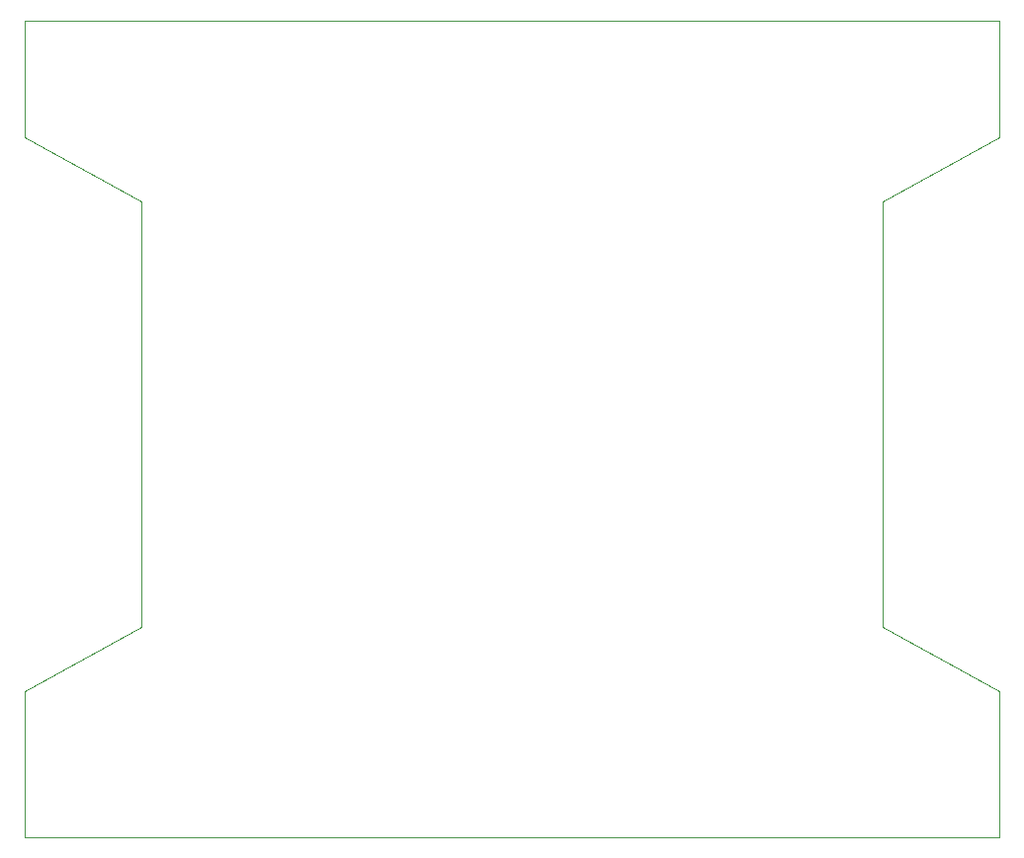
<source format=gbr>
%TF.GenerationSoftware,KiCad,Pcbnew,8.0.1*%
%TF.CreationDate,2024-06-07T20:18:40+02:00*%
%TF.ProjectId,minisumo,6d696e69-7375-46d6-9f2e-6b696361645f,rev?*%
%TF.SameCoordinates,Original*%
%TF.FileFunction,Profile,NP*%
%FSLAX46Y46*%
G04 Gerber Fmt 4.6, Leading zero omitted, Abs format (unit mm)*
G04 Created by KiCad (PCBNEW 8.0.1) date 2024-06-07 20:18:40*
%MOMM*%
%LPD*%
G01*
G04 APERTURE LIST*
%TA.AperFunction,Profile*%
%ADD10C,0.050000*%
%TD*%
G04 APERTURE END LIST*
D10*
X40500000Y-152000000D02*
X124000000Y-152000000D01*
X40500000Y-152000000D02*
X40500000Y-139500000D01*
X40500000Y-82000000D02*
X40500000Y-92000000D01*
X114000000Y-134000000D02*
X114000000Y-97500000D01*
X40500000Y-92000000D02*
X50500000Y-97500000D01*
X124000000Y-82000000D02*
X40500000Y-82000000D01*
X124000000Y-152000000D02*
X124000000Y-139500000D01*
X50500000Y-134000000D02*
X50500000Y-97500000D01*
X124000000Y-92000000D02*
X124000000Y-82000000D01*
X50500000Y-134000000D02*
X40500000Y-139500000D01*
X114000000Y-97500000D02*
X124000000Y-92000000D01*
X124000000Y-139500000D02*
X114000000Y-134000000D01*
M02*

</source>
